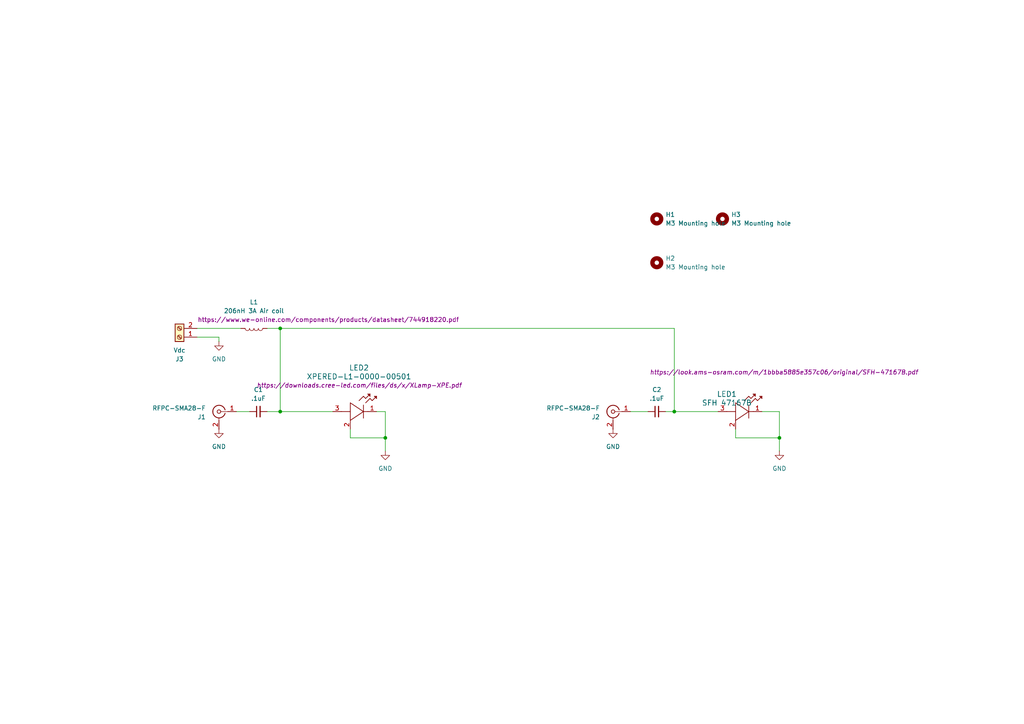
<source format=kicad_sch>
(kicad_sch (version 20231120) (generator "eeschema") (generator_version "8.0")
  (paper "A4")
  (lib_symbols
    (symbol "Connector:Conn_Coaxial" (pin_names (offset 1.016) hide)
      (property "Reference" "J" (at 0.254 3.048 0))
      (property "Value" "Conn_Coaxial" (at 2.921 0 90))
      (symbol "Conn_Coaxial_0_1"
        (arc (start -1.778 -0.508) (mid 0.2311 -1.8066) (end 1.778 0) (stroke (width 0.254)))
        (polyline (pts (xy -2.54 0) (xy -0.508 0)))
        (polyline (pts (xy 0 -2.54) (xy 0 -1.778)))
        (circle (center 0 0) (radius 0.508) (stroke (width 0.2032)))
        (arc (start 1.778 0) (mid 0.2099 1.8101) (end -1.778 0.508) (stroke (width 0.254)))
      )
      (symbol "Conn_Coaxial_1_1"
        (pin passive line (at -5.08 0 0) (length 2.54) (name "In") (number "1"))
        (pin passive line (at 0 -5.08 90) (length 2.54) (name "Ext") (number "2"))
      )
    )
    (symbol "Connector:Screw_Terminal_01x02" (pin_names (offset 1.016) hide)
      (property "Reference" "J" (at 0 2.54 0))
      (property "Value" "Screw_Terminal_01x02" (at 0 -5.08 0))
      (symbol "Screw_Terminal_01x02_1_1"
        (rectangle (start -1.27 1.27) (end 1.27 -3.81) (stroke (width 0.254)) (fill (type background)))
        (circle (center 0 -2.54) (radius 0.635) (stroke (width 0.1524)))
        (polyline (pts (xy -0.5334 -2.2098) (xy 0.3302 -3.048)) (stroke (width 0.1524)))
        (polyline (pts (xy -0.5334 0.3302) (xy 0.3302 -0.508)) (stroke (width 0.1524)))
        (polyline (pts (xy -0.3556 -2.032) (xy 0.508 -2.8702)) (stroke (width 0.1524)))
        (polyline (pts (xy -0.3556 0.508) (xy 0.508 -0.3302)) (stroke (width 0.1524)))
        (circle (center 0 0) (radius 0.635) (stroke (width 0.1524)))
        (pin passive line (at -5.08 0 0) (length 3.81) (name "Pin_1") (number "1"))
        (pin passive line (at -5.08 -2.54 0) (length 3.81) (name "Pin_2") (number "2"))
      )
    )
    (symbol "Device:C_Small" (pin_numbers hide) (pin_names (offset 0.254) hide)
      (property "Reference" "C" (at 0.254 1.778 0))
      (property "Value" "C_Small" (at 0.254 -2.032 0))
      (symbol "C_Small_0_1"
        (polyline (pts (xy -1.524 -0.508) (xy 1.524 -0.508)) (stroke (width 0.3302)))
        (polyline (pts (xy -1.524 0.508) (xy 1.524 0.508)) (stroke (width 0.3048)))
      )
      (symbol "C_Small_1_1"
        (pin passive line (at 0 2.54 270) (length 2.032) (name "~") (number "1"))
        (pin passive line (at 0 -2.54 90) (length 2.032) (name "~") (number "2"))
      )
    )
    (symbol "Device:L" (pin_numbers hide) (pin_names (offset 1.016) hide)
      (property "Reference" "L" (at -1.27 0 90))
      (property "Value" "L" (at 1.905 0 90))
      (symbol "L_0_1"
        (arc (start 0 -2.54) (mid 0.6323 -1.905) (end 0 -1.27))
        (arc (start 0 -1.27) (mid 0.6323 -0.635) (end 0 0))
        (arc (start 0 0) (mid 0.6323 0.635) (end 0 1.27))
        (arc (start 0 1.27) (mid 0.6323 1.905) (end 0 2.54))
      )
      (symbol "L_1_1"
        (pin passive line (at 0 3.81 270) (length 1.27) (name "1") (number "1"))
        (pin passive line (at 0 -3.81 90) (length 1.27) (name "2") (number "2"))
      )
    )
    (symbol "Mechanical:MountingHole" (pin_names (offset 1.016)) (exclude_from_sim yes) (in_bom no)
      (property "Reference" "H" (at 0 5.08 0))
      (property "Value" "MountingHole" (at 0 3.175 0))
      (symbol "MountingHole_0_1"
        (circle (center 0 0) (radius 1.27) (stroke (width 1.27)))
      )
    )
    (symbol "XPERED-L1-0000-00501_1" (pin_names (offset 0.254) hide)
      (property "Reference" "LED" (at 6.35 -6.604 0))
      (property "Value" "XPERED-L1-0000-00501" (at 5.08 -10.16 0))
      (symbol "XPERED-L1-0000-00501_1_1_1"
        (polyline (pts (xy 2.54 -2.54) (xy 6.35 0)) (stroke (width 0.2032)))
        (polyline (pts (xy 2.54 0) (xy 0 0)) (stroke (width 0.2032)))
        (polyline (pts (xy 2.54 2.54) (xy 2.54 -2.54)) (stroke (width 0.2032)))
        (polyline (pts (xy 5.08 3.175) (xy 6.35 4.445)) (stroke (width 0.2032)))
        (polyline (pts (xy 6.35 -1.905) (xy 6.35 1.905)) (stroke (width 0.2032)))
        (polyline (pts (xy 6.35 0) (xy 2.54 2.54)) (stroke (width 0.2032)))
        (polyline (pts (xy 6.35 0) (xy 7.62 0)) (stroke (width 0.2032)))
        (polyline (pts (xy 6.35 4.445) (xy 6.985 3.81)) (stroke (width 0.2032)))
        (polyline (pts (xy 6.985 2.54) (xy 8.255 3.81)) (stroke (width 0.2032)))
        (polyline (pts (xy 6.985 3.81) (xy 8.255 5.08)) (stroke (width 0.2032)))
        (polyline (pts (xy 7.62 5.08) (xy 8.255 4.445)) (stroke (width 0.2032)))
        (polyline (pts (xy 8.255 3.81) (xy 8.89 3.175)) (stroke (width 0.2032)))
        (polyline (pts (xy 8.255 4.445) (xy 8.255 5.08)) (stroke (width 0.2032)))
        (polyline (pts (xy 8.255 5.08) (xy 7.62 5.08)) (stroke (width 0.2032)))
        (polyline (pts (xy 8.89 3.175) (xy 10.16 4.445)) (stroke (width 0.2032)))
        (polyline (pts (xy 9.525 4.445) (xy 10.16 3.81)) (stroke (width 0.2032)))
        (polyline (pts (xy 10.16 3.81) (xy 10.16 4.445)) (stroke (width 0.2032)))
        (polyline (pts (xy 10.16 4.445) (xy 9.525 4.445)) (stroke (width 0.2032)))
        (pin output line (at 10.16 0 180) (length 2.54) (name "cathode") (number "1"))
        (pin passive line (at 2.54 -5.08 90) (length 2.54) (name "thermal") (number "2"))
        (pin passive line (at -2.54 0 0) (length 2.54) (name "anode") (number "3"))
      )
      (symbol "XPERED-L1-0000-00501_1_1_2"
        (polyline (pts (xy -5.08 7.62) (xy -4.445 8.255)) (stroke (width 0.2032)))
        (polyline (pts (xy -5.08 8.255) (xy -5.08 7.62)) (stroke (width 0.2032)))
        (polyline (pts (xy -4.445 6.35) (xy -3.81 6.985)) (stroke (width 0.2032)))
        (polyline (pts (xy -4.445 8.255) (xy -5.08 8.255)) (stroke (width 0.2032)))
        (polyline (pts (xy -4.445 9.525) (xy -3.81 10.16)) (stroke (width 0.2032)))
        (polyline (pts (xy -4.445 10.16) (xy -4.445 9.525)) (stroke (width 0.2032)))
        (polyline (pts (xy -3.81 6.985) (xy -5.08 8.255)) (stroke (width 0.2032)))
        (polyline (pts (xy -3.81 8.255) (xy -3.175 8.89)) (stroke (width 0.2032)))
        (polyline (pts (xy -3.81 10.16) (xy -4.445 10.16)) (stroke (width 0.2032)))
        (polyline (pts (xy -3.175 5.08) (xy -4.445 6.35)) (stroke (width 0.2032)))
        (polyline (pts (xy -3.175 8.89) (xy -4.445 10.16)) (stroke (width 0.2032)))
        (polyline (pts (xy -2.54 2.54) (xy 2.54 2.54)) (stroke (width 0.2032)))
        (polyline (pts (xy -2.54 6.985) (xy -3.81 8.255)) (stroke (width 0.2032)))
        (polyline (pts (xy 0 2.54) (xy 0 0)) (stroke (width 0.2032)))
        (polyline (pts (xy 0 6.35) (xy -2.54 2.54)) (stroke (width 0.2032)))
        (polyline (pts (xy 0 6.35) (xy 0 7.62)) (stroke (width 0.2032)))
        (polyline (pts (xy 1.905 6.35) (xy -1.905 6.35)) (stroke (width 0.2032)))
        (polyline (pts (xy 2.54 2.54) (xy 0 6.35)) (stroke (width 0.2032)))
      )
    )
    (symbol "power:GND" (power) (pin_numbers hide) (pin_names (offset 0) hide)
      (property "Value" "GND" (at 0 -3.81 0))
      (symbol "GND_0_1"
        (polyline (pts (xy 0 0) (xy 0 -1.27) (xy 1.27 -1.27) (xy 0 -2.54) (xy -1.27 -1.27) (xy 0 -1.27)))
      )
      (symbol "GND_1_1"
        (pin power_in line (at 0 0 270) (length 0) (name "~") (number "1"))
      )
    )
  )
  (junction (at 81.28 95.25))
  (junction (at 111.76 127))
  (junction (at 226.06 127))
  (junction (at 195.58 119.38))
  (junction (at 81.28 119.38))
  (wire (pts (xy 226.06 127) (xy 226.06 130.81)))
  (wire (pts (xy 111.76 127) (xy 111.76 130.81)))
  (wire (pts (xy 101.6 124.46) (xy 101.6 127)))
  (wire (pts (xy 193.04 119.38) (xy 195.58 119.38)))
  (wire (pts (xy 57.15 95.25) (xy 69.85 95.25)))
  (wire (pts (xy 77.47 95.25) (xy 81.28 95.25)))
  (wire (pts (xy 213.36 124.46) (xy 213.36 127)))
  (wire (pts (xy 213.36 127) (xy 226.06 127)))
  (wire (pts (xy 101.6 127) (xy 111.76 127)))
  (wire (pts (xy 226.06 119.38) (xy 226.06 127)))
  (wire (pts (xy 182.88 119.38) (xy 187.96 119.38)))
  (wire (pts (xy 195.58 95.25) (xy 195.58 119.38)))
  (wire (pts (xy 81.28 95.25) (xy 81.28 119.38)))
  (wire (pts (xy 109.22 119.38) (xy 111.76 119.38)))
  (wire (pts (xy 77.47 119.38) (xy 81.28 119.38)))
  (wire (pts (xy 57.15 97.79) (xy 63.5 97.79)))
  (wire (pts (xy 68.58 119.38) (xy 72.39 119.38)))
  (wire (pts (xy 63.5 97.79) (xy 63.5 99.06)))
  (wire (pts (xy 195.58 95.25) (xy 81.28 95.25)))
  (wire (pts (xy 111.76 119.38) (xy 111.76 127)))
  (wire (pts (xy 81.28 119.38) (xy 96.52 119.38)))
  (wire (pts (xy 220.98 119.38) (xy 226.06 119.38)))
  (wire (pts (xy 195.58 119.38) (xy 208.28 119.38)))
  (symbol (lib_id "Mechanical:MountingHole") (at 209.55 63.5 0) (unit 1) (exclude_from_sim yes) (in_bom no)
    (property "Reference" "H3" (at 212.09 62.2299 0) (effects (justify left)))
    (property "Value" "M3 Mounting hole" (at 212.09 64.7699 0) (effects (justify left)))
    (property "Footprint" "MountingHole:MountingHole_3.2mm_M3_DIN965" (effects (hide yes)))
    (property "Description" "Mounting Hole without connection" (effects (hide yes)))
  )
  (symbol (lib_id "Connector:Conn_Coaxial") (at 177.8 119.38 0) (mirror y) (unit 1)
    (property "Reference" "J2" (at 173.99 120.9433 0) (effects (justify left)))
    (property "Value" "RFPC-SMA28-F" (at 173.99 118.4033 0) (effects (justify left)))
    (property "Footprint" "LumiCom_Led:RFPC-SMA28-F" (effects (hide yes)))
    (property "Datasheet" "https://gct.co/files/drawings/rfpc-sma28-f.pdf?v=15e7c679-4dcd-4275-bfe7-e55b7f6993ab" (effects (hide yes)))
    (property "Description" " RFPC-SMA28-F GCT" (effects (hide yes)))
    (property "Manufacturer Part Number" "RFPC-SMA28-F" (effects (hide yes)))
    (property "Mouser Part Number" "640-RFPCSMA28F " (effects (hide yes)))
    (property "Manufacturer" "Global Connector Technology (GCT)" (effects (hide yes)))
  )
  (symbol (lib_id "Device:C_Small") (at 190.5 119.38 90) (unit 1)
    (property "Reference" "C2" (at 190.5063 113.03 90))
    (property "Value" ".1uF" (at 190.5063 115.57 90))
    (property "Footprint" "Capacitor_SMD:C_0402_1005Metric_Pad0.74x0.62mm_HandSolder" (effects (hide yes)))
    (property "Datasheet" "https://datasheets.kyocera-avx.com/530L.pdf" (effects (hide yes)))
    (property "Description" "16V 100nF 10% Tin Plated Chip" (effects (hide yes)))
    (property "Manufacturer Part Number" "530L104KT16" (effects (hide yes)))
    (property "Mouser Part Number" " 581-530L104KT16 " (effects (hide yes)))
    (property "Manufacturer" "KYOCERA AVX" (effects (hide yes)))
  )
  (symbol (lib_name "XPERED-L1-0000-00501_1") (lib_id "LumiCom_Led:XPERED-L1-0000-00501") (at 210.82 119.38 0) (unit 1) (exclude_from_sim yes) (in_bom no)
    (property "Reference" "LED1" (at 210.82 114.3 0) (effects (font (size 1.524 1.524))))
    (property "Value" "SFH 47167B" (at 210.82 116.84 0) (effects (font (size 1.524 1.524))))
    (property "Footprint" "LumiCom_Led:SFH 47167B" (effects (hide yes)))
    (property "Datasheet" "https://look.ams-osram.com/m/1bbba5885e357c06/original/SFH-47167B.pdf" (at 227.33 107.95 0) (effects (font (italic yes))))
  )
  (symbol (lib_id "Connector:Screw_Terminal_01x02") (at 52.07 97.79 180) (unit 1) (in_bom no)
    (property "Reference" "J3" (at 52.07 104.14 0))
    (property "Value" "Vdc" (at 52.07 101.6 0))
    (property "Footprint" "TerminalBlock_Phoenix:TerminalBlock_Phoenix_MKDS-1,5-2_1x02_P5.00mm_Horizontal" (effects (hide yes)))
    (property "Description" "Generic screw terminal, single row, 01x02, script generated (kicad-library-utils/schlib/autogen/connector/)" (effects (hide yes)))
  )
  (symbol (lib_id "power:GND") (at 226.06 130.81 0) (unit 1)
    (property "Reference" "#PWR02" (effects (hide yes)))
    (property "Value" "GND" (at 226.06 135.89 0))
    (property "Description" "Power symbol creates a global label with name \"GND\" , ground" (effects (hide yes)))
  )
  (symbol (lib_id "Mechanical:MountingHole") (at 190.5 76.2 0) (unit 1) (exclude_from_sim yes) (in_bom no)
    (property "Reference" "H2" (at 193.04 74.9299 0) (effects (justify left)))
    (property "Value" "M3 Mounting hole" (at 193.04 77.4699 0) (effects (justify left)))
    (property "Footprint" "MountingHole:MountingHole_3.2mm_M3_DIN965" (effects (hide yes)))
    (property "Description" "Mounting Hole without connection" (effects (hide yes)))
  )
  (symbol (lib_id "Device:L") (at 73.66 95.25 270) (unit 1)
    (property "Reference" "L1" (at 73.66 87.63 90))
    (property "Value" "206nH 3A Air coil" (at 73.66 90.17 90))
    (property "Footprint" "LumiCom_Led:L_Wurth_WE-CAIR-5910" (effects (hide yes)))
    (property "Datasheet" "https://www.we-online.com/components/products/datasheet/744918220.pdf" (at 95.25 92.71 90))
    (property "Description" " RF Inductors - SMD WE-CAIR Air Coil 206nH 3A AEC-Q200 " (effects (hide yes)))
    (property "Manufacturer Part Number" "744918220" (effects (hide yes)))
    (property "Mouser Part Number" "710-744918220" (effects (hide yes)))
    (property "Manufacturer" " Wurth Elektronik " (effects (hide yes)))
  )
  (symbol (lib_id "power:GND") (at 177.8 124.46 0) (unit 1)
    (property "Reference" "#PWR03" (effects (hide yes)))
    (property "Value" "GND" (at 177.8 129.54 0))
    (property "Description" "Power symbol creates a global label with name \"GND\" , ground" (effects (hide yes)))
  )
  (symbol (lib_id "Connector:Conn_Coaxial") (at 63.5 119.38 0) (mirror y) (unit 1)
    (property "Reference" "J1" (at 59.69 120.9433 0) (effects (justify left)))
    (property "Value" "RFPC-SMA28-F" (at 59.69 118.4033 0) (effects (justify left)))
    (property "Footprint" "LumiCom_Led:RFPC-SMA28-F" (effects (hide yes)))
    (property "Datasheet" "https://gct.co/files/drawings/rfpc-sma28-f.pdf?v=15e7c679-4dcd-4275-bfe7-e55b7f6993ab" (effects (hide yes)))
    (property "Description" " RFPC-SMA28-F GCT" (effects (hide yes)))
    (property "Manufacturer Part Number" "RFPC-SMA28-F" (effects (hide yes)))
    (property "Mouser Part Number" "640-RFPCSMA28F " (effects (hide yes)))
    (property "Manufacturer" "Global Connector Technology (GCT)" (effects (hide yes)))
  )
  (symbol (lib_id "Mechanical:MountingHole") (at 190.5 63.5 0) (unit 1) (exclude_from_sim yes) (in_bom no)
    (property "Reference" "H1" (at 193.04 62.2299 0) (effects (justify left)))
    (property "Value" "M3 Mounting hole" (at 193.04 64.7699 0) (effects (justify left)))
    (property "Footprint" "MountingHole:MountingHole_3.2mm_M3_DIN965" (effects (hide yes)))
    (property "Description" "Mounting Hole without connection" (effects (hide yes)))
  )
  (symbol (lib_id "power:GND") (at 111.76 130.81 0) (unit 1)
    (property "Reference" "#PWR01" (effects (hide yes)))
    (property "Value" "GND" (at 111.76 135.89 0))
    (property "Description" "Power symbol creates a global label with name \"GND\" , ground" (effects (hide yes)))
  )
  (symbol (lib_id "Device:C_Small") (at 74.93 119.38 90) (unit 1)
    (property "Reference" "C1" (at 74.9363 113.03 90))
    (property "Value" ".1uF" (at 74.9363 115.57 90))
    (property "Footprint" "Capacitor_SMD:C_0402_1005Metric_Pad0.74x0.62mm_HandSolder" (effects (hide yes)))
    (property "Datasheet" "https://datasheets.kyocera-avx.com/530L.pdf" (effects (hide yes)))
    (property "Description" "16V 100nF 10% Tin Plated Chip" (effects (hide yes)))
    (property "Manufacturer Part Number" "530L104KT16" (effects (hide yes)))
    (property "Mouser Part Number" " 581-530L104KT16 " (effects (hide yes)))
    (property "Manufacturer" "KYOCERA AVX" (effects (hide yes)))
  )
  (symbol (lib_id "power:GND") (at 63.5 99.06 0) (unit 1)
    (property "Reference" "#PWR04" (effects (hide yes)))
    (property "Value" "GND" (at 63.5 104.14 0))
    (property "Description" "Power symbol creates a global label with name \"GND\" , ground" (effects (hide yes)))
  )
  (symbol (lib_name "XPERED-L1-0000-00501_1") (lib_id "LumiCom_Led:XPERED-L1-0000-00501") (at 99.06 119.38 0) (unit 1) (exclude_from_sim yes) (in_bom no)
    (property "Reference" "LED2" (at 104.14 106.68 0) (effects (font (size 1.524 1.524))))
    (property "Value" "XPERED-L1-0000-00501" (at 104.14 109.22 0) (effects (font (size 1.524 1.524))))
    (property "Footprint" "LumiCom_Led:LED_CREE_XPLx" (effects (hide yes)))
    (property "Datasheet" "https://downloads.cree-led.com/files/ds/x/XLamp-XPE.pdf" (at 104.14 111.76 0) (effects (font (italic yes))))
  )
  (symbol (lib_id "power:GND") (at 63.5 124.46 0) (unit 1)
    (property "Reference" "#PWR05" (effects (hide yes)))
    (property "Value" "GND" (at 63.5 129.54 0))
    (property "Description" "Power symbol creates a global label with name \"GND\" , ground" (effects (hide yes)))
  )
)
</source>
